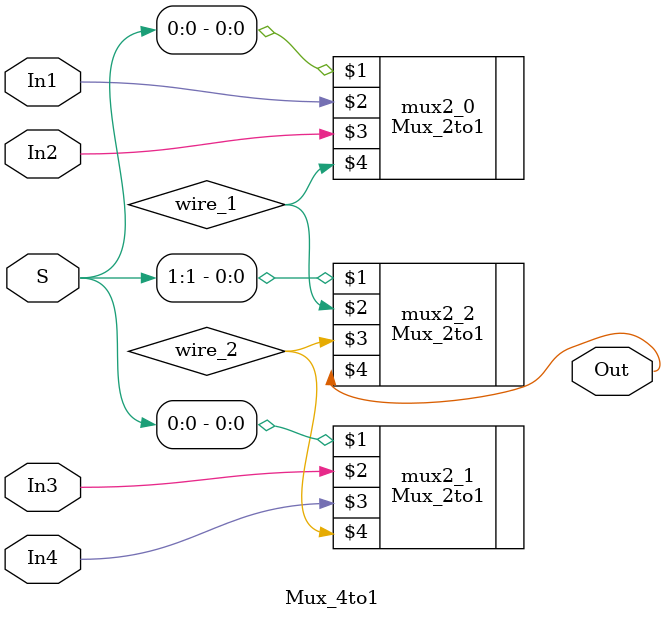
<source format=v>
module Mux_4to1 (S, In1, In2, In3, In4, Out);
  input [1:0] S;
  input In1, In2, In3, In4;
  output Out;
  
  wire wire_1, wire_2;
  
  Mux_2to1 mux2_0(S[0], In1, In2, wire_1);
  Mux_2to1 mux2_1(S[0], In3, In4, wire_2);
  Mux_2to1 mux2_2(S[1], wire_1, wire_2, Out);
  
endmodule
</source>
